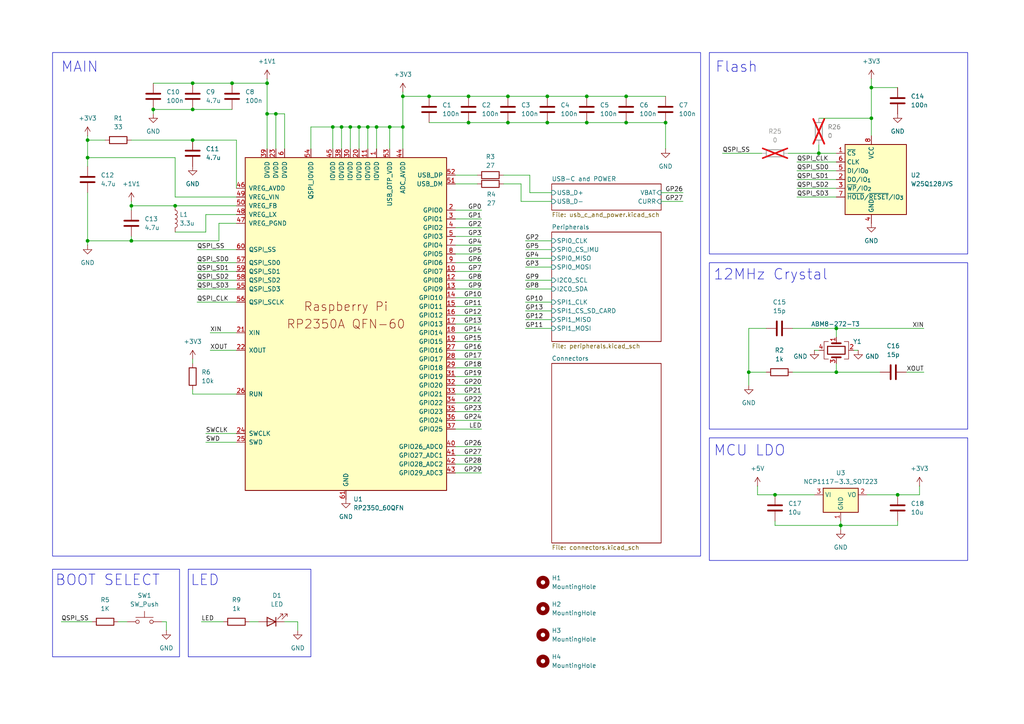
<source format=kicad_sch>
(kicad_sch (version 20250114) (generator "eeschema") (generator_version "9.0")
  (paper "A4")
  (lib_symbols
    (symbol "Device:C" (pin_numbers (hide yes)) (pin_names (offset 0.254))
      (property "Reference" "C" (at 0.635 2.54 0))
      (property "Value" "C" (at 0.635 -2.54 0))
      (symbol "C_0_1"
        (polyline (pts (xy -2.032 0.762) (xy 2.032 0.762)) (stroke (width 0.508)))
        (polyline (pts (xy -2.032 -0.762) (xy 2.032 -0.762)) (stroke (width 0.508)))
      )
      (symbol "C_1_1"
        (pin passive line (at 0 3.81 270) (length 2.794) (name "~") (number "1"))
        (pin passive line (at 0 -3.81 90) (length 2.794) (name "~") (number "2"))
      )
    )
    (symbol "Device:Crystal_GND24" (pin_names (offset 1.016) (hide yes))
      (property "Reference" "Y" (at 3.175 5.08 0))
      (property "Value" "Crystal_GND24" (at 3.175 3.175 0))
      (symbol "Crystal_GND24_0_1"
        (polyline (pts (xy -2.54 2.286) (xy -2.54 3.556) (xy 2.54 3.556) (xy 2.54 2.286)))
        (polyline (pts (xy -2.54 0) (xy -2.032 0)))
        (polyline (pts (xy -2.54 -2.286) (xy -2.54 -3.556) (xy 2.54 -3.556) (xy 2.54 -2.286)))
        (polyline (pts (xy -2.032 -1.27) (xy -2.032 1.27)) (stroke (width 0.508)))
        (rectangle (start -1.143 2.54) (end 1.143 -2.54) (stroke (width 0.3048)))
        (polyline (pts (xy 0 3.556) (xy 0 3.81)))
        (polyline (pts (xy 0 -3.81) (xy 0 -3.556)))
        (polyline (pts (xy 2.032 0) (xy 2.54 0)))
        (polyline (pts (xy 2.032 -1.27) (xy 2.032 1.27)) (stroke (width 0.508)))
      )
      (symbol "Crystal_GND24_1_1"
        (pin passive line (at -3.81 0 0) (length 1.27) (name "1") (number "1"))
        (pin passive line (at 0 5.08 270) (length 1.27) (name "2") (number "2"))
        (pin passive line (at 0 -5.08 90) (length 1.27) (name "4") (number "4"))
        (pin passive line (at 3.81 0 180) (length 1.27) (name "3") (number "3"))
      )
    )
    (symbol "Device:L" (pin_numbers (hide yes)) (pin_names (offset 1.016) (hide yes))
      (property "Reference" "L" (at -1.27 0 90))
      (property "Value" "L" (at 1.905 0 90))
      (symbol "L_0_1"
        (arc (start 0 2.54) (mid 0.6323 1.905) (end 0 1.27))
        (arc (start 0 1.27) (mid 0.6323 0.635) (end 0 0))
        (arc (start 0 0) (mid 0.6323 -0.635) (end 0 -1.27))
        (arc (start 0 -1.27) (mid 0.6323 -1.905) (end 0 -2.54))
      )
      (symbol "L_1_1"
        (pin passive line (at 0 3.81 270) (length 1.27) (name "1") (number "1"))
        (pin passive line (at 0 -3.81 90) (length 1.27) (name "2") (number "2"))
      )
    )
    (symbol "Device:LED" (pin_numbers (hide yes)) (pin_names (offset 1.016) (hide yes))
      (property "Reference" "D" (at 0 2.54 0))
      (property "Value" "LED" (at 0 -2.54 0))
      (symbol "LED_0_1"
        (polyline (pts (xy -3.048 -0.762) (xy -4.572 -2.286) (xy -3.81 -2.286) (xy -4.572 -2.286) (xy -4.572 -1.524)))
        (polyline (pts (xy -1.778 -0.762) (xy -3.302 -2.286) (xy -2.54 -2.286) (xy -3.302 -2.286) (xy -3.302 -1.524)))
        (polyline (pts (xy -1.27 0) (xy 1.27 0)))
        (polyline (pts (xy -1.27 -1.27) (xy -1.27 1.27)) (stroke (width 0.254)))
        (polyline (pts (xy 1.27 -1.27) (xy 1.27 1.27) (xy -1.27 0) (xy 1.27 -1.27)) (stroke (width 0.254)))
      )
      (symbol "LED_1_1"
        (pin passive line (at -3.81 0 0) (length 2.54) (name "K") (number "1"))
        (pin passive line (at 3.81 0 180) (length 2.54) (name "A") (number "2"))
      )
    )
    (symbol "Device:R" (pin_numbers (hide yes)) (pin_names (offset 0))
      (property "Reference" "R" (at 2.032 0 90))
      (property "Value" "R" (at 0 0 90))
      (symbol "R_0_1"
        (rectangle (start -1.016 -2.54) (end 1.016 2.54) (stroke (width 0.254)))
      )
      (symbol "R_1_1"
        (pin passive line (at 0 3.81 270) (length 1.27) (name "~") (number "1"))
        (pin passive line (at 0 -3.81 90) (length 1.27) (name "~") (number "2"))
      )
    )
    (symbol "Mechanical:MountingHole" (pin_names (offset 1.016)) (in_bom no)
      (property "Reference" "H" (at 0 5.08 0))
      (property "Value" "MountingHole" (at 0 3.175 0))
      (symbol "MountingHole_0_1"
        (circle (center 0 0) (radius 1.27) (stroke (width 1.27)))
      )
    )
    (symbol "Memory_Flash:W25Q128JVS"
      (property "Reference" "U" (at -6.35 11.43 0))
      (property "Value" "W25Q128JVS" (at 7.62 11.43 0))
      (symbol "W25Q128JVS_0_1"
        (rectangle (start -7.62 10.16) (end 10.16 -10.16) (stroke (width 0.254)) (fill (type background)))
      )
      (symbol "W25Q128JVS_1_1"
        (pin input line (at -10.16 7.62 0) (length 2.54) (name "~{CS}") (number "1"))
        (pin input line (at -10.16 5.08 0) (length 2.54) (name "CLK") (number "6"))
        (pin bidirectional line (at -10.16 2.54 0) (length 2.54) (name "DI/IO_{0}") (number "5"))
        (pin bidirectional line (at -10.16 0 0) (length 2.54) (name "DO/IO_{1}") (number "2"))
        (pin bidirectional line (at -10.16 -2.54 0) (length 2.54) (name "~{WP}/IO_{2}") (number "3"))
        (pin bidirectional line (at -10.16 -5.08 0) (length 2.54) (name "~{HOLD}/~{RESET}/IO_{3}") (number "7"))
        (pin power_in line (at 0 12.7 270) (length 2.54) (name "VCC") (number "8"))
        (pin power_in line (at 0 -12.7 90) (length 2.54) (name "GND") (number "4"))
      )
    )
    (symbol "Regulator_Linear:NCP1117-3.3_SOT223"
      (property "Reference" "U" (at -3.81 3.175 0))
      (property "Value" "NCP1117-3.3_SOT223" (at 0 3.175 0))
      (symbol "NCP1117-3.3_SOT223_0_1"
        (rectangle (start -5.08 -5.08) (end 5.08 1.905) (stroke (width 0.254)) (fill (type background)))
      )
      (symbol "NCP1117-3.3_SOT223_1_1"
        (pin power_in line (at -7.62 0 0) (length 2.54) (name "VI") (number "3"))
        (pin power_in line (at 0 -7.62 90) (length 2.54) (name "GND") (number "1"))
        (pin power_out line (at 7.62 0 180) (length 2.54) (name "VO") (number "2"))
      )
    )
    (symbol "Switch:SW_Push" (pin_numbers (hide yes)) (pin_names (offset 1.016) (hide yes))
      (property "Reference" "SW" (at 1.27 2.54 0))
      (property "Value" "SW_Push" (at 0 -1.524 0))
      (symbol "SW_Push_0_1"
        (circle (center -2.032 0) (radius 0.508))
        (polyline (pts (xy 0 1.27) (xy 0 3.048)))
        (circle (center 2.032 0) (radius 0.508))
        (polyline (pts (xy 2.54 1.27) (xy -2.54 1.27)))
        (pin passive line (at -5.08 0 0) (length 2.54) (name "1") (number "1"))
        (pin passive line (at 5.08 0 180) (length 2.54) (name "2") (number "2"))
      )
    )
    (symbol "fc_board:RP2350_60QFN" (pin_names (offset 1.016))
      (property "Reference" "U" (at -29.21 49.53 0))
      (property "Value" "RP2350_60QFN" (at 24.13 -49.53 0))
      (symbol "RP2350_60QFN_0_0"
        (text "Raspberry Pi" (at 0 5.08 0) (effects (font (size 2.54 2.54))))
      )
      (symbol "RP2350_60QFN_0_1"
        (rectangle (start 29.21 48.26) (end -29.21 -48.26) (stroke (width 0.254)) (fill (type background)))
      )
      (symbol "RP2350_60QFN_1_0"
        (text "RP2350A QFN-60" (at 0 0 0) (effects (font (size 2.54 2.54))))
      )
      (symbol "RP2350_60QFN_1_1"
        (pin power_in line (at -31.75 39.37 0) (length 2.54) (name "VREG_AVDD") (number "46"))
        (pin power_in line (at -31.75 36.83 0) (length 2.54) (name "VREG_VIN") (number "49"))
        (pin input line (at -31.75 34.29 0) (length 2.54) (name "VREG_FB") (number "50"))
        (pin power_out line (at -31.75 31.75 0) (length 2.54) (name "VREG_LX") (number "48"))
        (pin power_in line (at -31.75 29.21 0) (length 2.54) (name "VREG_PGND") (number "47"))
        (pin bidirectional line (at -31.75 21.59 0) (length 2.54) (name "QSPI_SS") (number "60"))
        (pin bidirectional line (at -31.75 17.78 0) (length 2.54) (name "QSPI_SD0") (number "57"))
        (pin bidirectional line (at -31.75 15.24 0) (length 2.54) (name "QSPI_SD1") (number "59"))
        (pin bidirectional line (at -31.75 12.7 0) (length 2.54) (name "QSPI_SD2") (number "58"))
        (pin bidirectional line (at -31.75 10.16 0) (length 2.54) (name "QSPI_SD3") (number "55"))
        (pin output line (at -31.75 6.35 0) (length 2.54) (name "QSPI_SCLK") (number "56"))
        (pin input line (at -31.75 -2.54 0) (length 2.54) (name "XIN") (number "21"))
        (pin passive line (at -31.75 -7.62 0) (length 2.54) (name "XOUT") (number "22"))
        (pin input line (at -31.75 -20.32 0) (length 2.54) (name "RUN") (number "26"))
        (pin output line (at -31.75 -31.75 0) (length 2.54) (name "SWCLK") (number "24"))
        (pin bidirectional line (at -31.75 -34.29 0) (length 2.54) (name "SWD") (number "25"))
        (pin power_in line (at -22.86 50.8 270) (length 2.54) (name "DVDD") (number "39"))
        (pin power_in line (at -20.32 50.8 270) (length 2.54) (name "DVDD") (number "23"))
        (pin power_in line (at -17.78 50.8 270) (length 2.54) (name "DVDD") (number "6"))
        (pin power_in line (at -10.16 50.8 270) (length 2.54) (name "QSPI_IOVDD") (number "54"))
        (pin power_in line (at -3.81 50.8 270) (length 2.54) (name "IOVDD") (number "45"))
        (pin power_in line (at -1.27 50.8 270) (length 2.54) (name "IOVDD") (number "38"))
        (pin power_in line (at 0 -50.8 90) (length 2.54) (name "GND") (number "61"))
        (pin power_in line (at 1.27 50.8 270) (length 2.54) (name "IOVDD") (number "30"))
        (pin power_in line (at 3.81 50.8 270) (length 2.54) (name "IOVDD") (number "20"))
        (pin power_in line (at 6.35 50.8 270) (length 2.54) (name "IOVDD") (number "11"))
        (pin power_in line (at 8.89 50.8 270) (length 2.54) (name "IOVDD") (number "1"))
        (pin power_in line (at 12.7 50.8 270) (length 2.54) (name "USB_OTP_VDD") (number "53"))
        (pin power_in line (at 16.51 50.8 270) (length 2.54) (name "ADC_AVDD") (number "44"))
        (pin bidirectional line (at 31.75 43.18 180) (length 2.54) (name "USB_DP") (number "52"))
        (pin bidirectional line (at 31.75 40.64 180) (length 2.54) (name "USB_DM") (number "51"))
        (pin bidirectional line (at 31.75 33.02 180) (length 2.54) (name "GPIO0") (number "2"))
        (pin bidirectional line (at 31.75 30.48 180) (length 2.54) (name "GPIO1") (number "3"))
        (pin bidirectional line (at 31.75 27.94 180) (length 2.54) (name "GPIO2") (number "4"))
        (pin bidirectional line (at 31.75 25.4 180) (length 2.54) (name "GPIO3") (number "5"))
        (pin bidirectional line (at 31.75 22.86 180) (length 2.54) (name "GPIO4") (number "7"))
        (pin bidirectional line (at 31.75 20.32 180) (length 2.54) (name "GPIO5") (number "8"))
        (pin bidirectional line (at 31.75 17.78 180) (length 2.54) (name "GPIO6") (number "9"))
        (pin bidirectional line (at 31.75 15.24 180) (length 2.54) (name "GPIO7") (number "10"))
        (pin bidirectional line (at 31.75 12.7 180) (length 2.54) (name "GPIO8") (number "12"))
        (pin bidirectional line (at 31.75 10.16 180) (length 2.54) (name "GPIO9") (number "13"))
        (pin bidirectional line (at 31.75 7.62 180) (length 2.54) (name "GPIO10") (number "14"))
        (pin bidirectional line (at 31.75 5.08 180) (length 2.54) (name "GPIO11") (number "15"))
        (pin bidirectional line (at 31.75 2.54 180) (length 2.54) (name "GPIO12") (number "16"))
        (pin bidirectional line (at 31.75 0 180) (length 2.54) (name "GPIO13") (number "17"))
        (pin bidirectional line (at 31.75 -2.54 180) (length 2.54) (name "GPIO14") (number "18"))
        (pin bidirectional line (at 31.75 -5.08 180) (length 2.54) (name "GPIO15") (number "19"))
        (pin bidirectional line (at 31.75 -7.62 180) (length 2.54) (name "GPIO16") (number "27"))
        (pin bidirectional line (at 31.75 -10.16 180) (length 2.54) (name "GPIO17") (number "28"))
        (pin bidirectional line (at 31.75 -12.7 180) (length 2.54) (name "GPIO18") (number "29"))
        (pin bidirectional line (at 31.75 -15.24 180) (length 2.54) (name "GPIO19") (number "31"))
        (pin bidirectional line (at 31.75 -17.78 180) (length 2.54) (name "GPIO20") (number "32"))
        (pin bidirectional line (at 31.75 -20.32 180) (length 2.54) (name "GPIO21") (number "33"))
        (pin bidirectional line (at 31.75 -22.86 180) (length 2.54) (name "GPIO22") (number "34"))
        (pin bidirectional line (at 31.75 -25.4 180) (length 2.54) (name "GPIO23") (number "35"))
        (pin bidirectional line (at 31.75 -27.94 180) (length 2.54) (name "GPIO24") (number "36"))
        (pin bidirectional line (at 31.75 -30.48 180) (length 2.54) (name "GPIO25") (number "37"))
        (pin bidirectional line (at 31.75 -35.56 180) (length 2.54) (name "GPIO26_ADC0") (number "40"))
        (pin bidirectional line (at 31.75 -38.1 180) (length 2.54) (name "GPIO27_ADC1") (number "41"))
        (pin bidirectional line (at 31.75 -40.64 180) (length 2.54) (name "GPIO28_ADC2") (number "42"))
        (pin bidirectional line (at 31.75 -43.18 180) (length 2.54) (name "GPIO29_ADC3") (number "43"))
      )
    )
    (symbol "power:+1V1" (power) (pin_numbers (hide yes)) (pin_names (offset 0) (hide yes))
      (property "Value" "+1V1" (at 0 3.556 0))
      (symbol "+1V1_0_1"
        (polyline (pts (xy -0.762 1.27) (xy 0 2.54)))
        (polyline (pts (xy 0 2.54) (xy 0.762 1.27)))
        (polyline (pts (xy 0 0) (xy 0 2.54)))
      )
      (symbol "+1V1_1_1"
        (pin power_in line (at 0 0 90) (length 0) (name "~") (number "1"))
      )
    )
    (symbol "power:+3.3V" (power) (pin_numbers (hide yes)) (pin_names (offset 0) (hide yes))
      (property "Value" "+3.3V" (at 0 3.556 0))
      (symbol "+3.3V_0_1"
        (polyline (pts (xy -0.762 1.27) (xy 0 2.54)))
        (polyline (pts (xy 0 2.54) (xy 0.762 1.27)))
        (polyline (pts (xy 0 0) (xy 0 2.54)))
      )
      (symbol "+3.3V_1_1"
        (pin power_in line (at 0 0 90) (length 0) (name "~") (number "1"))
      )
    )
    (symbol "power:+3V3" (power) (pin_numbers (hide yes)) (pin_names (offset 0) (hide yes))
      (property "Value" "+3V3" (at 0 3.556 0))
      (symbol "+3V3_0_1"
        (polyline (pts (xy -0.762 1.27) (xy 0 2.54)))
        (polyline (pts (xy 0 2.54) (xy 0.762 1.27)))
        (polyline (pts (xy 0 0) (xy 0 2.54)))
      )
      (symbol "+3V3_1_1"
        (pin power_in line (at 0 0 90) (length 0) (name "~") (number "1"))
      )
    )
    (symbol "power:+5V" (power) (pin_numbers (hide yes)) (pin_names (offset 0) (hide yes))
      (property "Value" "+5V" (at 0 3.556 0))
      (symbol "+5V_0_1"
        (polyline (pts (xy -0.762 1.27) (xy 0 2.54)))
        (polyline (pts (xy 0 2.54) (xy 0.762 1.27)))
        (polyline (pts (xy 0 0) (xy 0 2.54)))
      )
      (symbol "+5V_1_1"
        (pin power_in line (at 0 0 90) (length 0) (name "~") (number "1"))
      )
    )
    (symbol "power:GND" (power) (pin_numbers (hide yes)) (pin_names (offset 0) (hide yes))
      (property "Value" "GND" (at 0 -3.81 0))
      (symbol "GND_0_1"
        (polyline (pts (xy 0 0) (xy 0 -1.27) (xy 1.27 -1.27) (xy 0 -2.54) (xy -1.27 -1.27) (xy 0 -1.27)))
      )
      (symbol "GND_1_1"
        (pin power_in line (at 0 0 270) (length 0) (name "~") (number "1"))
      )
    )
  )
  (rectangle (start 15.24 165.1) (end 52.07 190.5))
  (rectangle (start 205.74 76.2) (end 280.67 124.46))
  (rectangle (start 205.74 127) (end 280.67 162.56))
  (rectangle (start 54.61 165.1) (end 90.17 190.5))
  (rectangle (start 205.74 15.24) (end 280.67 73.66))
  (rectangle (start 15.24 15.24) (end 203.2 161.29))
  (text "MAIN" (at 23.114 19.558 0) (effects (font (size 3.048 3.048))))
  (text "LED" (at 59.436 168.402 0) (effects (font (size 3.048 3.048))))
  (text "BOOT SELECT" (at 31.242 168.402 0) (effects (font (size 3.048 3.048))))
  (text "Flash" (at 213.614 19.558 0) (effects (font (size 3.048 3.048))))
  (text "MCU LDO" (at 217.424 130.81 0) (effects (font (size 3.048 3.048))))
  (text "12MHz Crystal" (at 223.52 79.756 0) (effects (font (size 3.048 3.048))))
  (junction (at 55.88 40.64))
  (junction (at 237.49 44.45))
  (junction (at 147.32 27.94))
  (junction (at 67.31 24.13))
  (junction (at 44.45 31.75))
  (junction (at 158.75 27.94))
  (junction (at 77.47 24.13))
  (junction (at 80.01 33.02))
  (junction (at 242.57 107.95))
  (junction (at 252.73 25.4))
  (junction (at 242.57 95.25))
  (junction (at 135.89 27.94))
  (junction (at 104.14 36.83))
  (junction (at 224.79 143.51))
  (junction (at 170.18 35.56))
  (junction (at 124.46 27.94))
  (junction (at 55.88 24.13))
  (junction (at 25.4 69.85))
  (junction (at 158.75 35.56))
  (junction (at 55.88 31.75))
  (junction (at 25.4 40.64))
  (junction (at 38.1 69.85))
  (junction (at 135.89 35.56))
  (junction (at 170.18 27.94))
  (junction (at 106.68 36.83))
  (junction (at 109.22 36.83))
  (junction (at 38.1 59.69))
  (junction (at 101.6 36.83))
  (junction (at 113.03 36.83))
  (junction (at 99.06 36.83))
  (junction (at 25.4 45.72))
  (junction (at 96.52 36.83))
  (junction (at 243.84 152.4))
  (junction (at 50.8 59.69))
  (junction (at 116.84 27.94))
  (junction (at 193.04 35.56))
  (junction (at 181.61 27.94))
  (junction (at 252.73 34.29))
  (junction (at 116.84 36.83))
  (junction (at 77.47 33.02))
  (junction (at 260.35 143.51))
  (junction (at 181.61 35.56))
  (junction (at 147.32 35.56))
  (junction (at 217.17 107.95))
  (wire (pts (xy 104.14 36.83) (xy 106.68 36.83)))
  (wire (pts (xy 124.46 35.56) (xy 135.89 35.56)))
  (wire (pts (xy 132.08 124.46) (xy 139.7 124.46)))
  (wire (pts (xy 55.88 24.13) (xy 67.31 24.13)))
  (wire (pts (xy 104.14 36.83) (xy 104.14 43.18)))
  (wire (pts (xy 48.26 180.34) (xy 46.99 180.34)))
  (wire (pts (xy 57.15 87.63) (xy 68.58 87.63)))
  (wire (pts (xy 139.7 109.22) (xy 132.08 109.22)))
  (wire (pts (xy 151.13 58.42) (xy 160.02 58.42)))
  (wire (pts (xy 242.57 107.95) (xy 255.27 107.95)))
  (wire (pts (xy 124.46 27.94) (xy 135.89 27.94)))
  (wire (pts (xy 50.8 45.72) (xy 50.8 57.15)))
  (wire (pts (xy 181.61 35.56) (xy 193.04 35.56)))
  (wire (pts (xy 219.71 143.51) (xy 224.79 143.51)))
  (wire (pts (xy 109.22 36.83) (xy 113.03 36.83)))
  (wire (pts (xy 260.35 25.4) (xy 252.73 25.4)))
  (wire (pts (xy 38.1 59.69) (xy 38.1 60.96)))
  (wire (pts (xy 139.7 137.16) (xy 132.08 137.16)))
  (wire (pts (xy 147.32 35.56) (xy 158.75 35.56)))
  (wire (pts (xy 152.4 81.28) (xy 160.02 81.28)))
  (wire (pts (xy 44.45 33.02) (xy 44.45 31.75)))
  (wire (pts (xy 260.35 151.13) (xy 260.35 152.4)))
  (wire (pts (xy 38.1 59.69) (xy 50.8 59.69)))
  (wire (pts (xy 139.7 96.52) (xy 132.08 96.52)))
  (wire (pts (xy 25.4 45.72) (xy 25.4 48.26)))
  (wire (pts (xy 50.8 57.15) (xy 68.58 57.15)))
  (wire (pts (xy 237.49 44.45) (xy 242.57 44.45)))
  (wire (pts (xy 242.57 95.25) (xy 267.97 95.25)))
  (wire (pts (xy 139.7 114.3) (xy 132.08 114.3)))
  (wire (pts (xy 38.1 68.58) (xy 38.1 69.85)))
  (wire (pts (xy 170.18 27.94) (xy 181.61 27.94)))
  (wire (pts (xy 139.7 73.66) (xy 132.08 73.66)))
  (wire (pts (xy 25.4 55.88) (xy 25.4 69.85)))
  (wire (pts (xy 55.88 113.03) (xy 55.88 114.3)))
  (wire (pts (xy 57.15 81.28) (xy 68.58 81.28)))
  (wire (pts (xy 82.55 33.02) (xy 82.55 43.18)))
  (wire (pts (xy 139.7 134.62) (xy 132.08 134.62)))
  (wire (pts (xy 252.73 34.29) (xy 252.73 39.37)))
  (wire (pts (xy 109.22 36.83) (xy 109.22 43.18)))
  (wire (pts (xy 224.79 143.51) (xy 236.22 143.51)))
  (wire (pts (xy 147.32 27.94) (xy 158.75 27.94)))
  (wire (pts (xy 222.25 95.25) (xy 217.17 95.25)))
  (wire (pts (xy 191.77 55.88) (xy 198.12 55.88)))
  (wire (pts (xy 191.77 58.42) (xy 198.12 58.42)))
  (wire (pts (xy 139.7 68.58) (xy 132.08 68.58)))
  (wire (pts (xy 193.04 43.18) (xy 193.04 35.56)))
  (wire (pts (xy 139.7 66.04) (xy 132.08 66.04)))
  (wire (pts (xy 48.26 182.88) (xy 48.26 180.34)))
  (wire (pts (xy 60.96 101.6) (xy 68.58 101.6)))
  (wire (pts (xy 72.39 180.34) (xy 74.93 180.34)))
  (wire (pts (xy 59.69 125.73) (xy 68.58 125.73)))
  (wire (pts (xy 243.84 152.4) (xy 243.84 151.13)))
  (wire (pts (xy 153.67 55.88) (xy 153.67 50.8)))
  (wire (pts (xy 59.69 128.27) (xy 68.58 128.27)))
  (wire (pts (xy 96.52 36.83) (xy 99.06 36.83)))
  (wire (pts (xy 63.5 64.77) (xy 63.5 69.85)))
  (wire (pts (xy 152.4 90.17) (xy 160.02 90.17)))
  (wire (pts (xy 139.7 93.98) (xy 132.08 93.98)))
  (wire (pts (xy 50.8 59.69) (xy 68.58 59.69)))
  (wire (pts (xy 158.75 27.94) (xy 170.18 27.94)))
  (wire (pts (xy 25.4 39.37) (xy 25.4 40.64)))
  (wire (pts (xy 113.03 36.83) (xy 113.03 43.18)))
  (wire (pts (xy 50.8 45.72) (xy 25.4 45.72)))
  (wire (pts (xy 152.4 92.71) (xy 160.02 92.71)))
  (wire (pts (xy 139.7 91.44) (xy 132.08 91.44)))
  (wire (pts (xy 243.84 153.67) (xy 243.84 152.4)))
  (wire (pts (xy 139.7 86.36) (xy 132.08 86.36)))
  (wire (pts (xy 251.46 143.51) (xy 260.35 143.51)))
  (wire (pts (xy 139.7 104.14) (xy 132.08 104.14)))
  (wire (pts (xy 224.79 152.4) (xy 243.84 152.4)))
  (wire (pts (xy 152.4 95.25) (xy 160.02 95.25)))
  (wire (pts (xy 139.7 71.12) (xy 132.08 71.12)))
  (wire (pts (xy 59.69 67.31) (xy 59.69 62.23)))
  (wire (pts (xy 237.49 34.29) (xy 252.73 34.29)))
  (wire (pts (xy 77.47 24.13) (xy 77.47 33.02)))
  (wire (pts (xy 99.06 36.83) (xy 99.06 43.18)))
  (wire (pts (xy 116.84 26.67) (xy 116.84 27.94)))
  (wire (pts (xy 152.4 77.47) (xy 160.02 77.47)))
  (wire (pts (xy 90.17 43.18) (xy 90.17 36.83)))
  (wire (pts (xy 139.7 99.06) (xy 132.08 99.06)))
  (wire (pts (xy 44.45 24.13) (xy 55.88 24.13)))
  (wire (pts (xy 266.7 143.51) (xy 260.35 143.51)))
  (wire (pts (xy 132.08 53.34) (xy 138.43 53.34)))
  (wire (pts (xy 252.73 22.86) (xy 252.73 25.4)))
  (wire (pts (xy 229.87 107.95) (xy 242.57 107.95)))
  (wire (pts (xy 181.61 27.94) (xy 193.04 27.94)))
  (wire (pts (xy 139.7 63.5) (xy 132.08 63.5)))
  (wire (pts (xy 57.15 72.39) (xy 68.58 72.39)))
  (wire (pts (xy 86.36 180.34) (xy 82.55 180.34)))
  (wire (pts (xy 228.6 44.45) (xy 237.49 44.45)))
  (wire (pts (xy 135.89 27.94) (xy 147.32 27.94)))
  (wire (pts (xy 152.4 87.63) (xy 160.02 87.63)))
  (wire (pts (xy 101.6 36.83) (xy 104.14 36.83)))
  (wire (pts (xy 68.58 40.64) (xy 68.58 54.61)))
  (wire (pts (xy 247.65 101.6) (xy 248.92 101.6)))
  (wire (pts (xy 82.55 33.02) (xy 80.01 33.02)))
  (wire (pts (xy 44.45 31.75) (xy 55.88 31.75)))
  (wire (pts (xy 139.7 60.96) (xy 132.08 60.96)))
  (wire (pts (xy 139.7 106.68) (xy 132.08 106.68)))
  (wire (pts (xy 55.88 31.75) (xy 67.31 31.75)))
  (wire (pts (xy 139.7 132.08) (xy 132.08 132.08)))
  (wire (pts (xy 231.14 49.53) (xy 242.57 49.53)))
  (wire (pts (xy 55.88 40.64) (xy 68.58 40.64)))
  (wire (pts (xy 57.15 78.74) (xy 68.58 78.74)))
  (wire (pts (xy 106.68 36.83) (xy 109.22 36.83)))
  (wire (pts (xy 55.88 104.14) (xy 55.88 105.41)))
  (wire (pts (xy 153.67 55.88) (xy 160.02 55.88)))
  (wire (pts (xy 139.7 129.54) (xy 132.08 129.54)))
  (wire (pts (xy 139.7 76.2) (xy 132.08 76.2)))
  (wire (pts (xy 25.4 40.64) (xy 25.4 45.72)))
  (wire (pts (xy 116.84 36.83) (xy 116.84 43.18)))
  (wire (pts (xy 152.4 72.39) (xy 160.02 72.39)))
  (wire (pts (xy 38.1 69.85) (xy 63.5 69.85)))
  (wire (pts (xy 266.7 140.97) (xy 266.7 143.51)))
  (wire (pts (xy 231.14 46.99) (xy 242.57 46.99)))
  (wire (pts (xy 152.4 69.85) (xy 160.02 69.85)))
  (wire (pts (xy 77.47 33.02) (xy 77.47 43.18)))
  (wire (pts (xy 139.7 78.74) (xy 132.08 78.74)))
  (wire (pts (xy 57.15 83.82) (xy 68.58 83.82)))
  (wire (pts (xy 139.7 111.76) (xy 132.08 111.76)))
  (wire (pts (xy 106.68 36.83) (xy 106.68 43.18)))
  (wire (pts (xy 224.79 151.13) (xy 224.79 152.4)))
  (wire (pts (xy 50.8 67.31) (xy 59.69 67.31)))
  (wire (pts (xy 217.17 95.25) (xy 217.17 107.95)))
  (wire (pts (xy 170.18 35.56) (xy 181.61 35.56)))
  (wire (pts (xy 231.14 52.07) (xy 242.57 52.07)))
  (wire (pts (xy 25.4 69.85) (xy 25.4 71.12)))
  (wire (pts (xy 63.5 64.77) (xy 68.58 64.77)))
  (wire (pts (xy 219.71 140.97) (xy 219.71 143.51)))
  (wire (pts (xy 217.17 107.95) (xy 222.25 107.95)))
  (wire (pts (xy 242.57 105.41) (xy 242.57 107.95)))
  (wire (pts (xy 217.17 107.95) (xy 217.17 111.76)))
  (wire (pts (xy 38.1 40.64) (xy 55.88 40.64)))
  (wire (pts (xy 152.4 83.82) (xy 160.02 83.82)))
  (wire (pts (xy 25.4 40.64) (xy 30.48 40.64)))
  (wire (pts (xy 80.01 33.02) (xy 77.47 33.02)))
  (wire (pts (xy 25.4 69.85) (xy 38.1 69.85)))
  (wire (pts (xy 260.35 152.4) (xy 243.84 152.4)))
  (wire (pts (xy 229.87 95.25) (xy 242.57 95.25)))
  (wire (pts (xy 36.83 180.34) (xy 34.29 180.34)))
  (wire (pts (xy 139.7 81.28) (xy 132.08 81.28)))
  (wire (pts (xy 158.75 35.56) (xy 170.18 35.56)))
  (wire (pts (xy 60.96 96.52) (xy 68.58 96.52)))
  (wire (pts (xy 26.67 180.34) (xy 17.78 180.34)))
  (wire (pts (xy 252.73 25.4) (xy 252.73 34.29)))
  (wire (pts (xy 236.22 101.6) (xy 237.49 101.6)))
  (wire (pts (xy 139.7 83.82) (xy 132.08 83.82)))
  (wire (pts (xy 80.01 33.02) (xy 80.01 43.18)))
  (wire (pts (xy 242.57 97.79) (xy 242.57 95.25)))
  (wire (pts (xy 57.15 76.2) (xy 68.58 76.2)))
  (wire (pts (xy 231.14 54.61) (xy 242.57 54.61)))
  (wire (pts (xy 67.31 24.13) (xy 77.47 24.13)))
  (wire (pts (xy 116.84 27.94) (xy 124.46 27.94)))
  (wire (pts (xy 113.03 36.83) (xy 116.84 36.83)))
  (wire (pts (xy 139.7 121.92) (xy 132.08 121.92)))
  (wire (pts (xy 139.7 88.9) (xy 132.08 88.9)))
  (wire (pts (xy 55.88 114.3) (xy 68.58 114.3)))
  (wire (pts (xy 90.17 36.83) (xy 96.52 36.83)))
  (wire (pts (xy 151.13 53.34) (xy 146.05 53.34)))
  (wire (pts (xy 101.6 36.83) (xy 101.6 43.18)))
  (wire (pts (xy 262.89 107.95) (xy 267.97 107.95)))
  (wire (pts (xy 139.7 119.38) (xy 132.08 119.38)))
  (wire (pts (xy 152.4 74.93) (xy 160.02 74.93)))
  (wire (pts (xy 139.7 101.6) (xy 132.08 101.6)))
  (wire (pts (xy 96.52 36.83) (xy 96.52 43.18)))
  (wire (pts (xy 116.84 27.94) (xy 116.84 36.83)))
  (wire (pts (xy 139.7 116.84) (xy 132.08 116.84)))
  (wire (pts (xy 99.06 36.83) (xy 101.6 36.83)))
  (wire (pts (xy 86.36 180.34) (xy 86.36 182.88)))
  (wire (pts (xy 38.1 58.42) (xy 38.1 59.69)))
  (wire (pts (xy 77.47 22.86) (xy 77.47 24.13)))
  (wire (pts (xy 132.08 50.8) (xy 138.43 50.8)))
  (wire (pts (xy 151.13 58.42) (xy 151.13 53.34)))
  (wire (pts (xy 231.14 57.15) (xy 242.57 57.15)))
  (wire (pts (xy 135.89 35.56) (xy 147.32 35.56)))
  (wire (pts (xy 59.69 62.23) (xy 68.58 62.23)))
  (wire (pts (xy 237.49 41.91) (xy 237.49 44.45)))
  (wire (pts (xy 153.67 50.8) (xy 146.05 50.8)))
  (wire (pts (xy 209.55 44.45) (xy 220.98 44.45)))
  (wire (pts (xy 58.42 180.34) (xy 64.77 180.34)))
  (label "XIN" (at 60.96 96.52 0))
  (label "GP10" (at 139.7 86.36 180))
  (label "GP8" (at 139.7 81.28 180))
  (label "LED" (at 58.42 180.34 0))
  (label "GP24" (at 139.7 121.92 180))
  (label "QSPI_SS" (at 17.78 180.34 0))
  (label "GP28" (at 139.7 134.62 180))
  (label "XOUT" (at 60.96 101.6 0))
  (label "GP3" (at 152.4 77.47 0))
  (label "XIN" (at 267.97 95.25 180))
  (label "QSPI_SD3" (at 231.14 57.15 0))
  (label "QSPI_CLK" (at 57.15 87.63 0))
  (label "GP2" (at 139.7 66.04 180))
  (label "GP26" (at 139.7 129.54 180))
  (label "GP12" (at 152.4 92.71 0))
  (label "QSPI_SD0" (at 57.15 76.2 0))
  (label "GP11" (at 139.7 88.9 180))
  (label "GP19" (at 139.7 109.22 180))
  (label "GP27" (at 198.12 58.42 180))
  (label "SWD" (at 59.69 128.27 0))
  (label "GP27" (at 139.7 132.08 180))
  (label "GP4" (at 139.7 71.12 180))
  (label "QSPI_SD1" (at 57.15 78.74 0))
  (label "GP0" (at 139.7 60.96 180))
  (label "GP16" (at 139.7 101.6 180))
  (label "GP23" (at 139.7 119.38 180))
  (label "GP26" (at 198.12 55.88 180))
  (label "LED" (at 139.7 124.46 180))
  (label "XOUT" (at 267.97 107.95 180))
  (label "QSPI_SS" (at 57.15 72.39 0))
  (label "GP2" (at 152.4 69.85 0))
  (label "GP20" (at 139.7 111.76 180))
  (label "QSPI_SD1" (at 231.14 52.07 0))
  (label "GP29" (at 139.7 137.16 180))
  (label "GP8" (at 152.4 83.82 0))
  (label "GP18" (at 139.7 106.68 180))
  (label "GP5" (at 139.7 73.66 180))
  (label "GP9" (at 139.7 83.82 180))
  (label "GP22" (at 139.7 116.84 180))
  (label "QSPI_SD0" (at 231.14 49.53 0))
  (label "GP14" (at 139.7 96.52 180))
  (label "GP12" (at 139.7 91.44 180))
  (label "GP6" (at 139.7 76.2 180))
  (label "GP17" (at 139.7 104.14 180))
  (label "GP11" (at 152.4 95.25 0))
  (label "GP13" (at 152.4 90.17 0))
  (label "GP13" (at 139.7 93.98 180))
  (label "GP15" (at 139.7 99.06 180))
  (label "GP3" (at 139.7 68.58 180))
  (label "QSPI_SD2" (at 57.15 81.28 0))
  (label "GP21" (at 139.7 114.3 180))
  (label "GP10" (at 152.4 87.63 0))
  (label "GP1" (at 139.7 63.5 180))
  (label "QSPI_SD2" (at 231.14 54.61 0))
  (label "GP7" (at 139.7 78.74 180))
  (label "GP4" (at 152.4 74.93 0))
  (label "QSPI_SS" (at 209.55 44.45 0))
  (label "QSPI_SD3" (at 57.15 83.82 0))
  (label "GP5" (at 152.4 72.39 0))
  (label "GP9" (at 152.4 81.28 0))
  (label "QSPI_CLK" (at 231.14 46.99 0))
  (label "SWCLK" (at 59.69 125.73 0))
  (symbol (lib_id "fc_board:RP2350_60QFN") (at 100.33 93.98 0) (unit 1)
    (property "Reference" "U1" (at 102.4733 144.78 0) (effects (justify left)))
    (property "Value" "RP2350_60QFN" (at 102.4733 147.32 0) (effects (justify left)))
    (property "Footprint" "fc_board:RP2350-QFN-60-1EP_7x7_P0.4mm_EP3.4x3.4mm_ThermalVias" (effects (hide yes)))
  )
  (symbol (lib_id "Device:C") (at 25.4 52.07 0) (unit 1)
    (property "Reference" "C12" (at 29.21 50.7999 0) (effects (justify left)))
    (property "Value" "4.7u" (at 29.21 53.3399 0) (effects (justify left)))
    (property "Footprint" "fc_board:C_0402_1005Metric_small_pads" (effects (hide yes)))
    (property "Description" "Unpolarized capacitor" (effects (hide yes)))
  )
  (symbol (lib_id "Device:C") (at 55.88 44.45 0) (unit 1)
    (property "Reference" "C11" (at 59.69 43.1799 0) (effects (justify left)))
    (property "Value" "4.7u" (at 59.69 45.7199 0) (effects (justify left)))
    (property "Footprint" "Capacitor_SMD:C_0402_1005Metric" (effects (hide yes)))
    (property "Description" "Unpolarized capacitor" (effects (hide yes)))
  )
  (symbol (lib_id "power:+3.3V") (at 116.84 26.67 0) (unit 1)
    (property "Reference" "#PWR01" (effects (hide yes)))
    (property "Value" "+3V3" (at 116.84 21.59 0))
    (property "Description" "Power symbol creates a global label with name \"+3.3V\"" (effects (hide yes)))
  )
  (symbol (lib_id "power:+3V3") (at 252.73 22.86 0) (unit 1)
    (property "Reference" "#PWR09" (effects (hide yes)))
    (property "Value" "+3V3" (at 252.73 17.78 0))
    (property "Description" "Power symbol creates a global label with name \"+3V3\"" (effects (hide yes)))
  )
  (symbol (lib_id "Device:Crystal_GND24") (at 242.57 101.6 270) (unit 1)
    (property "Reference" "Y1" (at 248.666 99.06 90))
    (property "Value" "ABM8-272-T3" (at 242.316 93.98 90))
    (property "Footprint" "Crystal:Crystal_SMD_3225-4Pin_3.2x2.5mm" (effects (hide yes)))
    (property "Description" "Four pin crystal, GND on pins 2 and 4" (effects (hide yes)))
  )
  (symbol (lib_id "Device:R") (at 34.29 40.64 270) (unit 1)
    (property "Reference" "R1" (at 34.29 34.29 90))
    (property "Value" "33" (at 34.29 36.83 90))
    (property "Footprint" "Resistor_SMD:R_0402_1005Metric" (effects (hide yes)))
    (property "Description" "Resistor" (effects (hide yes)))
  )
  (symbol (lib_id "power:GND") (at 217.17 111.76 0) (unit 1)
    (property "Reference" "#PWR014" (effects (hide yes)))
    (property "Value" "GND" (at 217.17 116.84 0))
    (property "Description" "Power symbol creates a global label with name \"GND\" , ground" (effects (hide yes)))
  )
  (symbol (lib_id "Regulator_Linear:NCP1117-3.3_SOT223") (at 243.84 143.51 0) (unit 1)
    (property "Reference" "U3" (at 243.84 137.16 0))
    (property "Value" "NCP1117-3.3_SOT223" (at 243.84 139.7 0))
    (property "Footprint" "Package_TO_SOT_SMD:SOT-223-3_TabPin2" (effects (hide yes)))
    (property "Datasheet" "http://www.onsemi.com/pub_link/Collateral/NCP1117-D.PDF" (effects (hide yes)))
    (property "Description" "1A Low drop-out regulator, Fixed Output 3.3V, SOT-223" (effects (hide yes)))
  )
  (symbol (lib_id "Device:C") (at 38.1 64.77 0) (unit 1)
    (property "Reference" "C13" (at 41.91 63.4999 0) (effects (justify left)))
    (property "Value" "4.7u" (at 41.91 66.0399 0) (effects (justify left)))
    (property "Footprint" "fc_board:C_0402_1005Metric_small_pads" (effects (hide yes)))
    (property "Description" "Unpolarized capacitor" (effects (hide yes)))
  )
  (symbol (lib_id "power:GND") (at 193.04 43.18 0) (unit 1)
    (property "Reference" "#PWR02" (effects (hide yes)))
    (property "Value" "GND" (at 193.04 48.26 0))
    (property "Description" "Power symbol creates a global label with name \"GND\" , ground" (effects (hide yes)))
  )
  (symbol (lib_id "Device:R") (at 237.49 38.1 0) (unit 1) (dnp yes)
    (property "Reference" "R26" (at 240.03 36.8299 0) (effects (justify left)))
    (property "Value" "0" (at 240.03 39.3699 0) (effects (justify left)))
    (property "Footprint" "Resistor_SMD:R_0402_1005Metric" (effects (hide yes)))
    (property "Description" "Resistor" (effects (hide yes)))
  )
  (symbol (lib_id "power:+3V3") (at 55.88 104.14 0) (unit 1)
    (property "Reference" "#PWR020" (effects (hide yes)))
    (property "Value" "+3V3" (at 55.88 99.06 0))
    (property "Description" "Power symbol creates a global label with name \"+3V3\"" (effects (hide yes)))
  )
  (symbol (lib_id "Device:C") (at 260.35 29.21 0) (unit 1)
    (property "Reference" "C14" (at 264.16 27.9399 0) (effects (justify left)))
    (property "Value" "100n" (at 264.16 30.4799 0) (effects (justify left)))
    (property "Footprint" "Capacitor_SMD:C_0402_1005Metric" (effects (hide yes)))
    (property "Description" "Unpolarized capacitor" (effects (hide yes)))
  )
  (symbol (lib_id "power:GND") (at 252.73 64.77 0) (unit 1)
    (property "Reference" "#PWR011" (effects (hide yes)))
    (property "Value" "GND" (at 252.73 69.85 0))
    (property "Description" "Power symbol creates a global label with name \"GND\" , ground" (effects (hide yes)))
  )
  (symbol (lib_id "Device:R") (at 226.06 107.95 270) (mirror x) (unit 1)
    (property "Reference" "R2" (at 226.06 101.6 90))
    (property "Value" "1k" (at 226.06 104.14 90))
    (property "Footprint" "Resistor_SMD:R_0402_1005Metric" (effects (hide yes)))
    (property "Description" "Resistor" (effects (hide yes)))
  )
  (symbol (lib_id "Device:R") (at 224.79 44.45 90) (unit 1) (dnp yes)
    (property "Reference" "R25" (at 224.79 38.1 90))
    (property "Value" "0" (at 224.79 40.64 90))
    (property "Footprint" "Resistor_SMD:R_0402_1005Metric" (effects (hide yes)))
    (property "Description" "Resistor" (effects (hide yes)))
  )
  (symbol (lib_id "power:GND") (at 243.84 153.67 0) (unit 1)
    (property "Reference" "#PWR017" (effects (hide yes)))
    (property "Value" "GND" (at 243.84 158.75 0))
    (property "Description" "Power symbol creates a global label with name \"GND\" , ground" (effects (hide yes)))
  )
  (symbol (lib_id "Device:C") (at 193.04 31.75 0) (unit 1)
    (property "Reference" "C7" (at 196.85 30.4799 0) (effects (justify left)))
    (property "Value" "100n" (at 196.85 33.0199 0) (effects (justify left)))
    (property "Footprint" "Capacitor_SMD:C_0402_1005Metric" (effects (hide yes)))
    (property "Description" "Unpolarized capacitor" (effects (hide yes)))
  )
  (symbol (lib_id "Mechanical:MountingHole") (at 157.48 191.77 0) (unit 1) (in_bom no)
    (property "Reference" "H4" (at 160.02 190.4999 0) (effects (justify left)))
    (property "Value" "MountingHole" (at 160.02 193.0399 0) (effects (justify left)))
    (property "Footprint" "MountingHole:MountingHole_4.3mm_M4" (effects (hide yes)))
    (property "Description" "Mounting Hole without connection" (effects (hide yes)))
  )
  (symbol (lib_id "Switch:SW_Push") (at 41.91 180.34 0) (unit 1)
    (property "Reference" "SW1" (at 41.91 172.72 0))
    (property "Value" "SW_Push" (at 41.91 175.26 0))
    (property "Footprint" "Button_Switch_SMD:SW_Push_1P1T_NO_CK_KMR2" (effects (hide yes)))
    (property "Description" "Push button switch, generic, two pins" (effects (hide yes)))
  )
  (symbol (lib_id "Mechanical:MountingHole") (at 157.48 184.15 0) (unit 1) (in_bom no)
    (property "Reference" "H3" (at 160.02 182.8799 0) (effects (justify left)))
    (property "Value" "MountingHole" (at 160.02 185.4199 0) (effects (justify left)))
    (property "Footprint" "MountingHole:MountingHole_4.3mm_M4" (effects (hide yes)))
    (property "Description" "Mounting Hole without connection" (effects (hide yes)))
  )
  (symbol (lib_id "Memory_Flash:W25Q128JVS") (at 252.73 52.07 0) (unit 1)
    (property "Reference" "U2" (at 264.16 50.7999 0) (effects (justify left)))
    (property "Value" "W25Q128JVS" (at 264.16 53.3399 0) (effects (justify left)))
    (property "Footprint" "Package_SO:SOIC-8_5.3x5.3mm_P1.27mm" (effects (hide yes)))
    (property "Datasheet" "https://www.winbond.com/resource-files/w25q128jv_dtr%20revc%2003272018%20plus.pdf" (effects (hide yes)))
    (property "Description" "128Mbit / 16MiB Serial Flash Memory, Standard/Dual/Quad SPI, 2.7-3.6V, SOIC-8" (effects (hide yes)))
  )
  (symbol (lib_id "Device:C") (at 259.08 107.95 270) (mirror x) (unit 1)
    (property "Reference" "C16" (at 259.08 100.33 90))
    (property "Value" "15p" (at 259.08 102.87 90))
    (property "Footprint" "Capacitor_SMD:C_0402_1005Metric" (effects (hide yes)))
    (property "Description" "Unpolarized capacitor" (effects (hide yes)))
  )
  (symbol (lib_id "power:+1V1") (at 77.47 22.86 0) (unit 1)
    (property "Reference" "#PWR03" (effects (hide yes)))
    (property "Value" "+1V1" (at 77.47 17.78 0))
    (property "Description" "Power symbol creates a global label with name \"+1V1\"" (effects (hide yes)))
  )
  (symbol (lib_id "Device:R") (at 68.58 180.34 90) (unit 1)
    (property "Reference" "R9" (at 68.58 173.99 90))
    (property "Value" "1k" (at 68.58 176.53 90))
    (property "Footprint" "Resistor_SMD:R_0402_1005Metric" (effects (hide yes)))
    (property "Description" "Resistor" (effects (hide yes)))
  )
  (symbol (lib_id "Device:C") (at 44.45 27.94 0) (unit 1)
    (property "Reference" "C10" (at 48.26 26.6699 0) (effects (justify left)))
    (property "Value" "100n" (at 48.26 29.2099 0) (effects (justify left)))
    (property "Footprint" "Capacitor_SMD:C_0402_1005Metric" (effects (hide yes)))
    (property "Description" "Unpolarized capacitor" (effects (hide yes)))
  )
  (symbol (lib_id "power:+5V") (at 219.71 140.97 0) (unit 1)
    (property "Reference" "#PWR024" (effects (hide yes)))
    (property "Value" "+5V" (at 219.71 135.89 0))
    (property "Description" "Power symbol creates a global label with name \"+5V\"" (effects (hide yes)))
  )
  (symbol (lib_id "Device:C") (at 226.06 95.25 90) (unit 1)
    (property "Reference" "C15" (at 226.06 87.63 90))
    (property "Value" "15p" (at 226.06 90.17 90))
    (property "Footprint" "Capacitor_SMD:C_0402_1005Metric" (effects (hide yes)))
    (property "Description" "Unpolarized capacitor" (effects (hide yes)))
  )
  (symbol (lib_id "Device:R") (at 142.24 53.34 90) (unit 1)
    (property "Reference" "R4" (at 142.494 56.388 90))
    (property "Value" "27" (at 142.494 58.928 90))
    (property "Footprint" "Resistor_SMD:R_0402_1005Metric" (effects (hide yes)))
    (property "Description" "Resistor" (effects (hide yes)))
  )
  (symbol (lib_id "Mechanical:MountingHole") (at 157.48 168.91 0) (unit 1) (in_bom no)
    (property "Reference" "H1" (at 160.02 167.6399 0) (effects (justify left)))
    (property "Value" "MountingHole" (at 160.02 170.1799 0) (effects (justify left)))
    (property "Footprint" "MountingHole:MountingHole_4.3mm_M4" (effects (hide yes)))
    (property "Description" "Mounting Hole without connection" (effects (hide yes)))
  )
  (symbol (lib_id "Device:C") (at 158.75 31.75 0) (unit 1)
    (property "Reference" "C4" (at 162.56 30.4799 0) (effects (justify left)))
    (property "Value" "100n" (at 162.56 33.0199 0) (effects (justify left)))
    (property "Footprint" "Capacitor_SMD:C_0402_1005Metric" (effects (hide yes)))
    (property "Description" "Unpolarized capacitor" (effects (hide yes)))
  )
  (symbol (lib_id "Device:C") (at 260.35 147.32 0) (unit 1)
    (property "Reference" "C18" (at 264.16 146.0499 0) (effects (justify left)))
    (property "Value" "10u" (at 264.16 148.5899 0) (effects (justify left)))
    (property "Footprint" "Capacitor_SMD:C_0805_2012Metric" (effects (hide yes)))
    (property "Description" "Unpolarized capacitor" (effects (hide yes)))
  )
  (symbol (lib_id "Device:C") (at 170.18 31.75 0) (unit 1)
    (property "Reference" "C5" (at 173.99 30.4799 0) (effects (justify left)))
    (property "Value" "100n" (at 173.99 33.0199 0) (effects (justify left)))
    (property "Footprint" "Capacitor_SMD:C_0402_1005Metric" (effects (hide yes)))
    (property "Description" "Unpolarized capacitor" (effects (hide yes)))
  )
  (symbol (lib_id "Device:C") (at 55.88 27.94 0) (unit 1)
    (property "Reference" "C9" (at 59.69 26.6699 0) (effects (justify left)))
    (property "Value" "4.7u" (at 59.69 29.2099 0) (effects (justify left)))
    (property "Footprint" "Capacitor_SMD:C_0402_1005Metric" (effects (hide yes)))
    (property "Description" "Unpolarized capacitor" (effects (hide yes)))
  )
  (symbol (lib_id "Device:LED") (at 78.74 180.34 180) (unit 1)
    (property "Reference" "D1" (at 80.3275 172.72 0))
    (property "Value" "LED" (at 80.3275 175.26 0))
    (property "Footprint" "LED_SMD:LED_0402_1005Metric" (effects (hide yes)))
    (property "Description" "Light emitting diode" (effects (hide yes)))
    (property "Sim.Pins" "1=K 2=A" (effects (hide yes)))
  )
  (symbol (lib_id "Device:R") (at 55.88 109.22 180) (unit 1)
    (property "Reference" "R6" (at 58.42 107.9499 0) (effects (justify right)))
    (property "Value" "10k" (at 58.42 110.4899 0) (effects (justify right)))
    (property "Footprint" "Resistor_SMD:R_0402_1005Metric" (effects (hide yes)))
    (property "Description" "Resistor" (effects (hide yes)))
  )
  (symbol (lib_id "power:GND") (at 100.33 144.78 0) (unit 1)
    (property "Reference" "#PWR021" (effects (hide yes)))
    (property "Value" "GND" (at 100.33 149.86 0))
    (property "Description" "Power symbol creates a global label with name \"GND\" , ground" (effects (hide yes)))
  )
  (symbol (lib_id "Device:C") (at 135.89 31.75 0) (unit 1)
    (property "Reference" "C2" (at 139.7 30.4799 0) (effects (justify left)))
    (property "Value" "100n" (at 139.7 33.0199 0) (effects (justify left)))
    (property "Footprint" "Capacitor_SMD:C_0402_1005Metric" (effects (hide yes)))
    (property "Description" "Unpolarized capacitor" (effects (hide yes)))
  )
  (symbol (lib_id "Device:C") (at 124.46 31.75 0) (unit 1)
    (property "Reference" "C1" (at 128.27 30.4799 0) (effects (justify left)))
    (property "Value" "100n" (at 128.27 33.0199 0) (effects (justify left)))
    (property "Footprint" "Capacitor_SMD:C_0402_1005Metric" (effects (hide yes)))
    (property "Description" "Unpolarized capacitor" (effects (hide yes)))
  )
  (symbol (lib_id "power:GND") (at 236.22 101.6 0) (unit 1)
    (property "Reference" "#PWR013" (effects (hide yes)))
    (property "Value" "GND" (at 232.156 103.378 0))
    (property "Description" "Power symbol creates a global label with name \"GND\" , ground" (effects (hide yes)))
  )
  (symbol (lib_id "Device:R") (at 142.24 50.8 90) (unit 1)
    (property "Reference" "R3" (at 142.24 45.466 90))
    (property "Value" "27" (at 142.24 48.006 90))
    (property "Footprint" "Resistor_SMD:R_0402_1005Metric" (effects (hide yes)))
    (property "Description" "Resistor" (effects (hide yes)))
  )
  (symbol (lib_id "Device:C") (at 181.61 31.75 0) (unit 1)
    (property "Reference" "C6" (at 185.42 30.4799 0) (effects (justify left)))
    (property "Value" "100n" (at 185.42 33.0199 0) (effects (justify left)))
    (property "Footprint" "Capacitor_SMD:C_0402_1005Metric" (effects (hide yes)))
    (property "Description" "Unpolarized capacitor" (effects (hide yes)))
  )
  (symbol (lib_id "Mechanical:MountingHole") (at 157.48 176.53 0) (unit 1) (in_bom no)
    (property "Reference" "H2" (at 160.02 175.2599 0) (effects (justify left)))
    (property "Value" "MountingHole" (at 160.02 177.7999 0) (effects (justify left)))
    (property "Footprint" "MountingHole:MountingHole_4.3mm_M4" (effects (hide yes)))
    (property "Description" "Mounting Hole without connection" (effects (hide yes)))
  )
  (symbol (lib_id "power:GND") (at 48.26 182.88 0) (unit 1)
    (property "Reference" "#PWR019" (effects (hide yes)))
    (property "Value" "GND" (at 48.26 187.96 0))
    (property "Description" "Power symbol creates a global label with name \"GND\" , ground" (effects (hide yes)))
  )
  (symbol (lib_id "power:GND") (at 260.35 33.02 0) (unit 1)
    (property "Reference" "#PWR010" (effects (hide yes)))
    (property "Value" "GND" (at 260.35 38.1 0))
    (property "Description" "Power symbol creates a global label with name \"GND\" , ground" (effects (hide yes)))
  )
  (symbol (lib_id "power:GND") (at 44.45 33.02 0) (unit 1)
    (property "Reference" "#PWR04" (effects (hide yes)))
    (property "Value" "GND" (at 44.45 38.1 0))
    (property "Description" "Power symbol creates a global label with name \"GND\" , ground" (effects (hide yes)))
  )
  (symbol (lib_id "power:GND") (at 248.92 101.6 0) (unit 1)
    (property "Reference" "#PWR012" (effects (hide yes)))
    (property "Value" "GND" (at 252.984 103.378 0))
    (property "Description" "Power symbol creates a global label with name \"GND\" , ground" (effects (hide yes)))
  )
  (symbol (lib_id "Device:C") (at 224.79 147.32 0) (unit 1)
    (property "Reference" "C17" (at 228.6 146.0499 0) (effects (justify left)))
    (property "Value" "10u" (at 228.6 148.5899 0) (effects (justify left)))
    (property "Footprint" "Capacitor_SMD:C_0805_2012Metric" (effects (hide yes)))
    (property "Description" "Unpolarized capacitor" (effects (hide yes)))
  )
  (symbol (lib_id "Device:C") (at 147.32 31.75 0) (unit 1)
    (property "Reference" "C3" (at 151.13 30.4799 0) (effects (justify left)))
    (property "Value" "100n" (at 151.13 33.0199 0) (effects (justify left)))
    (property "Footprint" "Capacitor_SMD:C_0402_1005Metric" (effects (hide yes)))
    (property "Description" "Unpolarized capacitor" (effects (hide yes)))
  )
  (symbol (lib_id "power:+3V3") (at 25.4 39.37 0) (unit 1)
    (property "Reference" "#PWR06" (effects (hide yes)))
    (property "Value" "+3V3" (at 25.4 34.29 0))
    (property "Description" "Power symbol creates a global label with name \"+3V3\"" (effects (hide yes)))
  )
  (symbol (lib_id "power:+1V1") (at 38.1 58.42 0) (unit 1)
    (property "Reference" "#PWR08" (effects (hide yes)))
    (property "Value" "+1V1" (at 38.1 53.34 0))
    (property "Description" "Power symbol creates a global label with name \"+1V1\"" (effects (hide yes)))
  )
  (symbol (lib_id "Device:L") (at 50.8 63.5 0) (unit 1)
    (property "Reference" "L1" (at 52.07 62.2299 0) (effects (justify left)))
    (property "Value" "3.3u" (at 52.07 64.7699 0) (effects (justify left)))
    (property "Footprint" "fc_board:L_pol_2016" (effects (hide yes)))
    (property "Description" "Inductor" (effects (hide yes)))
  )
  (symbol (lib_id "power:+3V3") (at 266.7 140.97 0) (unit 1)
    (property "Reference" "#PWR018" (effects (hide yes)))
    (property "Value" "+3V3" (at 266.7 135.89 0))
    (property "Description" "Power symbol creates a global label with name \"+3V3\"" (effects (hide yes)))
  )
  (symbol (lib_id "power:GND") (at 86.36 182.88 0) (unit 1)
    (property "Reference" "#PWR023" (effects (hide yes)))
    (property "Value" "GND" (at 86.36 187.96 0))
    (property "Description" "Power symbol creates a global label with name \"GND\" , ground" (effects (hide yes)))
  )
  (symbol (lib_id "power:GND") (at 55.88 48.26 0) (unit 1)
    (property "Reference" "#PWR05" (effects (hide yes)))
    (property "Value" "GND" (at 55.88 53.34 0))
    (property "Description" "Power symbol creates a global label with name \"GND\" , ground" (effects (hide yes)))
  )
  (symbol (lib_id "power:GND") (at 25.4 71.12 0) (unit 1)
    (property "Reference" "#PWR07" (effects (hide yes)))
    (property "Value" "GND" (at 25.4 76.2 0))
    (property "Description" "Power symbol creates a global label with name \"GND\" , ground" (effects (hide yes)))
  )
  (symbol (lib_id "Device:C") (at 67.31 27.94 0) (unit 1)
    (property "Reference" "C8" (at 71.12 26.6699 0) (effects (justify left)))
    (property "Value" "100n" (at 71.12 29.2099 0) (effects (justify left)))
    (property "Footprint" "Capacitor_SMD:C_0402_1005Metric" (effects (hide yes)))
    (property "Description" "Unpolarized capacitor" (effects (hide yes)))
  )
  (symbol (lib_id "Device:R") (at 30.48 180.34 270) (unit 1)
    (property "Reference" "R5" (at 30.48 173.99 90))
    (property "Value" "1K" (at 30.48 176.53 90))
    (property "Footprint" "Resistor_SMD:R_0402_1005Metric" (effects (hide yes)))
    (property "Description" "Resistor" (effects (hide yes)))
  )
  (sheet (at 160.02 105.41) (size 31.75 52.07) (stroke (width 0.1524))
    (property "Sheetname" "Connectors" (at 160.02 104.6984 0) (effects (justify left bottom)))
    (property "Sheetfile" "connectors.kicad_sch" (at 160.02 158.0646 0) (effects (justify left top)))
  )
  (sheet (at 160.02 53.34) (size 31.75 7.62) (stroke (width 0.1524))
    (property "Sheetname" "USB-C and POWER" (at 160.02 52.6284 0) (effects (justify left bottom)))
    (property "Sheetfile" "usb_c_and_power.kicad_sch" (at 160.02 61.5446 0) (effects (justify left top)))
    (pin "CURR" input (at 191.77 58.42 0))
    (pin "USB_D+" input (at 160.02 55.88 180))
    (pin "USB_D-" input (at 160.02 58.42 180))
    (pin "VBAT" input (at 191.77 55.88 0))
  )
  (sheet (at 160.02 67.31) (size 31.75 31.75) (stroke (width 0.1524))
    (property "Sheetname" "Peripherals" (at 160.02 66.5984 0) (effects (justify left bottom)))
    (property "Sheetfile" "peripherals.kicad_sch" (at 160.02 99.6446 0) (effects (justify left top)))
    (pin "SPI0_CLK" input (at 160.02 69.85 180))
    (pin "SPI0_CS_IMU" input (at 160.02 72.39 180))
    (pin "I2C0_SCL" input (at 160.02 81.28 180))
    (pin "I2C0_SDA" input (at 160.02 83.82 180))
    (pin "SPI1_CLK" input (at 160.02 87.63 180))
    (pin "SPI1_CS_SD_CARD" input (at 160.02 90.17 180))
    (pin "SPI0_MISO" input (at 160.02 74.93 180))
    (pin "SPI0_MOSI" input (at 160.02 77.47 180))
    (pin "SPI1_MISO" input (at 160.02 92.71 180))
    (pin "SPI1_MOSI" input (at 160.02 95.25 180))
  )
)
</source>
